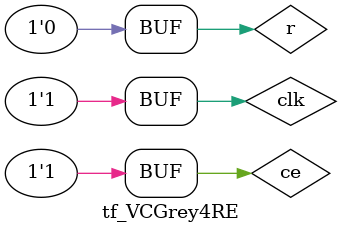
<source format=v>
`timescale 1ns / 1ps


module tf_VCGrey4RE;

	// Inputs
	reg clk;
	reg ce;
	reg r;

	// Outputs
	wire [3:0] Y;
	wire CEO;
	wire TC;

	// Instantiate the Unit Under Test (UUT)
	VCGrey4RE uut (
		.clk(clk), 
		.ce(ce), 
		.r(r), 
		.Y(Y), 
		.CEO(CEO), 
		.TC(TC)
	);

//�������� �������������� ������� ������������� clk
parameter Tclk=20; //������ ������� ������������� 20 ��
always begin clk=0; #(Tclk/2); clk=1; #(Tclk/2); end

	initial begin
		// Initialize Inputs
		clk = 0;
		ce = 0;
		r = 0;

		// Wait 100 ns for global reset to finish
		#100;
		ce = 1;
		r = 0;
		clk = 0;
		
	#80; ce = 0;
	#20; ce = 1;
	
	#35; r = 1;
	#25; r = 0;
	#300; ce = 0;
	#5; ce = 1;
	end
      
endmodule


</source>
